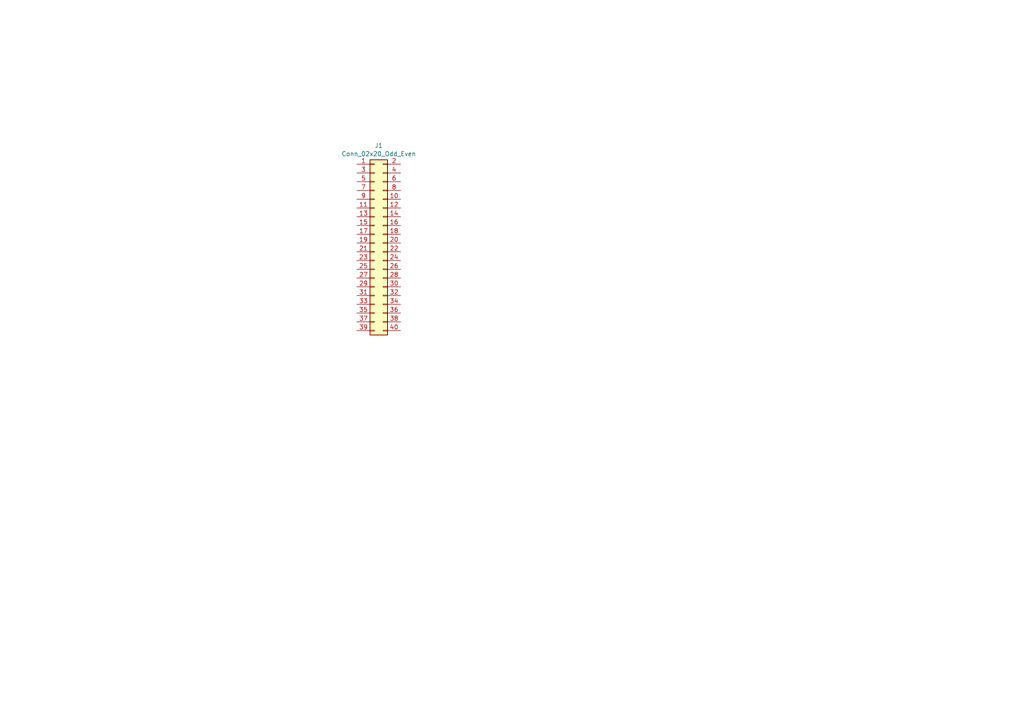
<source format=kicad_sch>
(kicad_sch (version 20230121) (generator eeschema)
  (paper "A4")
  (title_block (title "patrol extend card") (date "2023-10-18") (rev "Rev 1.00") (company "HOLLY&Co.,Ltd."))
  (lib_symbols
    (symbol "Connector_Generic:Conn_02x20_Odd_Even" (pin_names (offset 1.016) hide)
      (property "Reference" "J" (at 1.27 25.4 0))
      (property "Value" "Conn_02x20_Odd_Even" (at 1.27 -27.94 0))
      (symbol "Conn_02x20_Odd_Even_1_1"
        (rectangle (start -1.27 -25.273) (end 0 -25.527) (stroke (width 0.1524)))
        (rectangle (start -1.27 -22.733) (end 0 -22.987) (stroke (width 0.1524)))
        (rectangle (start -1.27 -20.193) (end 0 -20.447) (stroke (width 0.1524)))
        (rectangle (start -1.27 -17.653) (end 0 -17.907) (stroke (width 0.1524)))
        (rectangle (start -1.27 -15.113) (end 0 -15.367) (stroke (width 0.1524)))
        (rectangle (start -1.27 -12.573) (end 0 -12.827) (stroke (width 0.1524)))
        (rectangle (start -1.27 -10.033) (end 0 -10.287) (stroke (width 0.1524)))
        (rectangle (start -1.27 -7.493) (end 0 -7.747) (stroke (width 0.1524)))
        (rectangle (start -1.27 -4.953) (end 0 -5.207) (stroke (width 0.1524)))
        (rectangle (start -1.27 -2.413) (end 0 -2.667) (stroke (width 0.1524)))
        (rectangle (start -1.27 0.127) (end 0 -0.127) (stroke (width 0.1524)))
        (rectangle (start -1.27 2.667) (end 0 2.413) (stroke (width 0.1524)))
        (rectangle (start -1.27 5.207) (end 0 4.953) (stroke (width 0.1524)))
        (rectangle (start -1.27 7.747) (end 0 7.493) (stroke (width 0.1524)))
        (rectangle (start -1.27 10.287) (end 0 10.033) (stroke (width 0.1524)))
        (rectangle (start -1.27 12.827) (end 0 12.573) (stroke (width 0.1524)))
        (rectangle (start -1.27 15.367) (end 0 15.113) (stroke (width 0.1524)))
        (rectangle (start -1.27 17.907) (end 0 17.653) (stroke (width 0.1524)))
        (rectangle (start -1.27 20.447) (end 0 20.193) (stroke (width 0.1524)))
        (rectangle (start -1.27 22.987) (end 0 22.733) (stroke (width 0.1524)))
        (rectangle (start -1.27 24.13) (end 3.81 -26.67) (stroke (width 0.254)) (fill (type background)))
        (rectangle (start 3.81 -25.273) (end 2.54 -25.527) (stroke (width 0.1524)))
        (rectangle (start 3.81 -22.733) (end 2.54 -22.987) (stroke (width 0.1524)))
        (rectangle (start 3.81 -20.193) (end 2.54 -20.447) (stroke (width 0.1524)))
        (rectangle (start 3.81 -17.653) (end 2.54 -17.907) (stroke (width 0.1524)))
        (rectangle (start 3.81 -15.113) (end 2.54 -15.367) (stroke (width 0.1524)))
        (rectangle (start 3.81 -12.573) (end 2.54 -12.827) (stroke (width 0.1524)))
        (rectangle (start 3.81 -10.033) (end 2.54 -10.287) (stroke (width 0.1524)))
        (rectangle (start 3.81 -7.493) (end 2.54 -7.747) (stroke (width 0.1524)))
        (rectangle (start 3.81 -4.953) (end 2.54 -5.207) (stroke (width 0.1524)))
        (rectangle (start 3.81 -2.413) (end 2.54 -2.667) (stroke (width 0.1524)))
        (rectangle (start 3.81 0.127) (end 2.54 -0.127) (stroke (width 0.1524)))
        (rectangle (start 3.81 2.667) (end 2.54 2.413) (stroke (width 0.1524)))
        (rectangle (start 3.81 5.207) (end 2.54 4.953) (stroke (width 0.1524)))
        (rectangle (start 3.81 7.747) (end 2.54 7.493) (stroke (width 0.1524)))
        (rectangle (start 3.81 10.287) (end 2.54 10.033) (stroke (width 0.1524)))
        (rectangle (start 3.81 12.827) (end 2.54 12.573) (stroke (width 0.1524)))
        (rectangle (start 3.81 15.367) (end 2.54 15.113) (stroke (width 0.1524)))
        (rectangle (start 3.81 17.907) (end 2.54 17.653) (stroke (width 0.1524)))
        (rectangle (start 3.81 20.447) (end 2.54 20.193) (stroke (width 0.1524)))
        (rectangle (start 3.81 22.987) (end 2.54 22.733) (stroke (width 0.1524)))
        (pin passive line (at -5.08 22.86 0) (length 3.81) (name "Pin_1") (number "1"))
        (pin passive line (at 7.62 12.7 180) (length 3.81) (name "Pin_10") (number "10"))
        (pin passive line (at -5.08 10.16 0) (length 3.81) (name "Pin_11") (number "11"))
        (pin passive line (at 7.62 10.16 180) (length 3.81) (name "Pin_12") (number "12"))
        (pin passive line (at -5.08 7.62 0) (length 3.81) (name "Pin_13") (number "13"))
        (pin passive line (at 7.62 7.62 180) (length 3.81) (name "Pin_14") (number "14"))
        (pin passive line (at -5.08 5.08 0) (length 3.81) (name "Pin_15") (number "15"))
        (pin passive line (at 7.62 5.08 180) (length 3.81) (name "Pin_16") (number "16"))
        (pin passive line (at -5.08 2.54 0) (length 3.81) (name "Pin_17") (number "17"))
        (pin passive line (at 7.62 2.54 180) (length 3.81) (name "Pin_18") (number "18"))
        (pin passive line (at -5.08 0 0) (length 3.81) (name "Pin_19") (number "19"))
        (pin passive line (at 7.62 22.86 180) (length 3.81) (name "Pin_2") (number "2"))
        (pin passive line (at 7.62 0 180) (length 3.81) (name "Pin_20") (number "20"))
        (pin passive line (at -5.08 -2.54 0) (length 3.81) (name "Pin_21") (number "21"))
        (pin passive line (at 7.62 -2.54 180) (length 3.81) (name "Pin_22") (number "22"))
        (pin passive line (at -5.08 -5.08 0) (length 3.81) (name "Pin_23") (number "23"))
        (pin passive line (at 7.62 -5.08 180) (length 3.81) (name "Pin_24") (number "24"))
        (pin passive line (at -5.08 -7.62 0) (length 3.81) (name "Pin_25") (number "25"))
        (pin passive line (at 7.62 -7.62 180) (length 3.81) (name "Pin_26") (number "26"))
        (pin passive line (at -5.08 -10.16 0) (length 3.81) (name "Pin_27") (number "27"))
        (pin passive line (at 7.62 -10.16 180) (length 3.81) (name "Pin_28") (number "28"))
        (pin passive line (at -5.08 -12.7 0) (length 3.81) (name "Pin_29") (number "29"))
        (pin passive line (at -5.08 20.32 0) (length 3.81) (name "Pin_3") (number "3"))
        (pin passive line (at 7.62 -12.7 180) (length 3.81) (name "Pin_30") (number "30"))
        (pin passive line (at -5.08 -15.24 0) (length 3.81) (name "Pin_31") (number "31"))
        (pin passive line (at 7.62 -15.24 180) (length 3.81) (name "Pin_32") (number "32"))
        (pin passive line (at -5.08 -17.78 0) (length 3.81) (name "Pin_33") (number "33"))
        (pin passive line (at 7.62 -17.78 180) (length 3.81) (name "Pin_34") (number "34"))
        (pin passive line (at -5.08 -20.32 0) (length 3.81) (name "Pin_35") (number "35"))
        (pin passive line (at 7.62 -20.32 180) (length 3.81) (name "Pin_36") (number "36"))
        (pin passive line (at -5.08 -22.86 0) (length 3.81) (name "Pin_37") (number "37"))
        (pin passive line (at 7.62 -22.86 180) (length 3.81) (name "Pin_38") (number "38"))
        (pin passive line (at -5.08 -25.4 0) (length 3.81) (name "Pin_39") (number "39"))
        (pin passive line (at 7.62 20.32 180) (length 3.81) (name "Pin_4") (number "4"))
        (pin passive line (at 7.62 -25.4 180) (length 3.81) (name "Pin_40") (number "40"))
        (pin passive line (at -5.08 17.78 0) (length 3.81) (name "Pin_5") (number "5"))
        (pin passive line (at 7.62 17.78 180) (length 3.81) (name "Pin_6") (number "6"))
        (pin passive line (at -5.08 15.24 0) (length 3.81) (name "Pin_7") (number "7"))
        (pin passive line (at 7.62 15.24 180) (length 3.81) (name "Pin_8") (number "8"))
        (pin passive line (at -5.08 12.7 0) (length 3.81) (name "Pin_9") (number "9"))
      )
    )
  )
  (symbol (lib_id "Connector_Generic:Conn_02x20_Odd_Even") (at 108.585 70.485 0) (unit 1)
    (property "Reference" "J1" (at 109.855 42.2107 0))
    (property "Value" "Conn_02x20_Odd_Even" (at 109.855 44.6349 0))
  )
)
</source>
